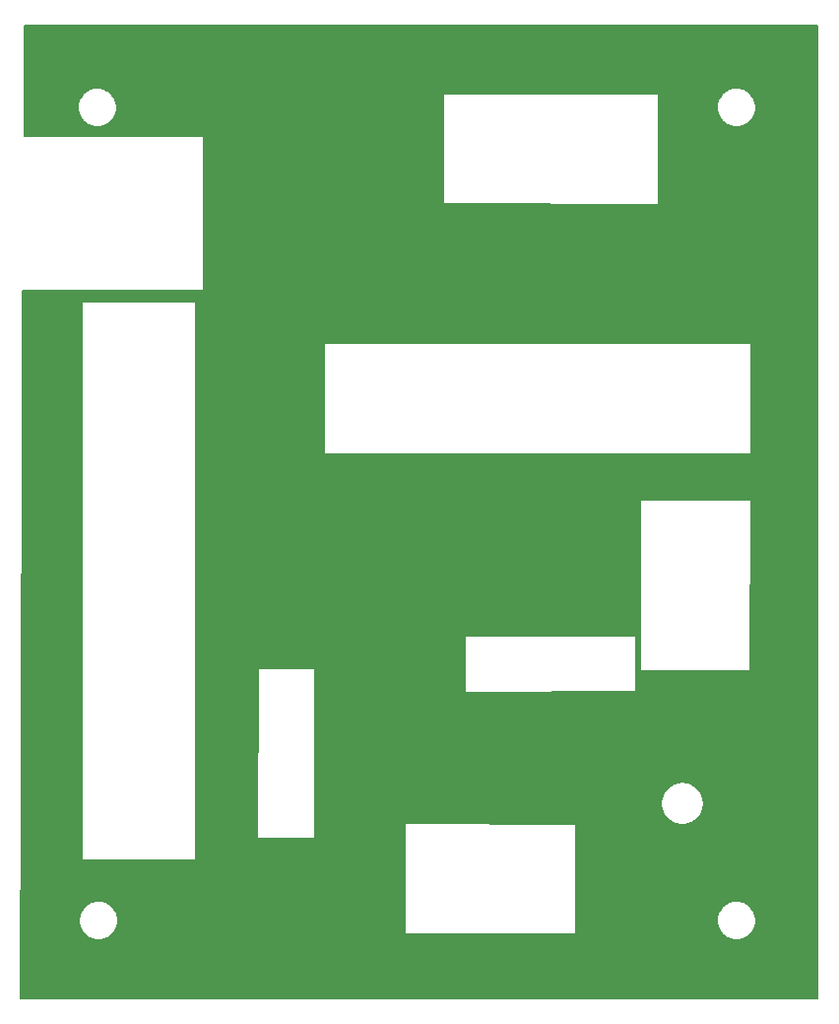
<source format=gbr>
%TF.GenerationSoftware,KiCad,Pcbnew,7.0.6-0*%
%TF.CreationDate,2023-09-14T16:40:38+10:00*%
%TF.ProjectId,u-nit-lid,752d6e69-742d-46c6-9964-2e6b69636164,rev?*%
%TF.SameCoordinates,Original*%
%TF.FileFunction,Copper,L1,Top*%
%TF.FilePolarity,Positive*%
%FSLAX46Y46*%
G04 Gerber Fmt 4.6, Leading zero omitted, Abs format (unit mm)*
G04 Created by KiCad (PCBNEW 7.0.6-0) date 2023-09-14 16:40:38*
%MOMM*%
%LPD*%
G01*
G04 APERTURE LIST*
G04 APERTURE END LIST*
%TA.AperFunction,NonConductor*%
G36*
X185058314Y-52953285D02*
G01*
X185104069Y-53006089D01*
X185115275Y-53057525D01*
X185129107Y-75866490D01*
X185162839Y-131490887D01*
X185165925Y-136578725D01*
X185146281Y-136645776D01*
X185093505Y-136691563D01*
X185041925Y-136702800D01*
X116608711Y-136702800D01*
X116541672Y-136683115D01*
X116495917Y-136630311D01*
X116484711Y-136578490D01*
X116501425Y-129892800D01*
X121633551Y-129892800D01*
X121641275Y-129990944D01*
X121641466Y-129995816D01*
X121641465Y-130009723D01*
X121640312Y-130013645D01*
X121640912Y-130021257D01*
X121642842Y-130027230D01*
X121645021Y-130040978D01*
X121645593Y-130045817D01*
X121649837Y-130099731D01*
X121653317Y-130143948D01*
X121653318Y-130143952D01*
X121653318Y-130143953D01*
X121676293Y-130239655D01*
X121677243Y-130244427D01*
X121679421Y-130258178D01*
X121678896Y-130262237D01*
X121680681Y-130269671D01*
X121683527Y-130275280D01*
X121687827Y-130288516D01*
X121689148Y-130293199D01*
X121712127Y-130388914D01*
X121749797Y-130479855D01*
X121751481Y-130484422D01*
X121755780Y-130497651D01*
X121755897Y-130501741D01*
X121758821Y-130508801D01*
X121762509Y-130513895D01*
X121768819Y-130526280D01*
X121770857Y-130530701D01*
X121808532Y-130621657D01*
X121859976Y-130705607D01*
X121862355Y-130709854D01*
X121868662Y-130722232D01*
X121869418Y-130726258D01*
X121873411Y-130732774D01*
X121877845Y-130737222D01*
X121886027Y-130748483D01*
X121888732Y-130752532D01*
X121930881Y-130821310D01*
X121940164Y-130836459D01*
X121940171Y-130836467D01*
X122004093Y-130911310D01*
X122007107Y-130915133D01*
X122015290Y-130926396D01*
X122016664Y-130930248D01*
X122021626Y-130936057D01*
X122026703Y-130939759D01*
X122036540Y-130949595D01*
X122039839Y-130953163D01*
X122103776Y-131028024D01*
X122178640Y-131091964D01*
X122182201Y-131095256D01*
X122192039Y-131105094D01*
X122193999Y-131108684D01*
X122199803Y-131113641D01*
X122205391Y-131116500D01*
X122205395Y-131116503D01*
X122216662Y-131124689D01*
X122220483Y-131127701D01*
X122295341Y-131191636D01*
X122295343Y-131191637D01*
X122379264Y-131243064D01*
X122383313Y-131245769D01*
X122394575Y-131253952D01*
X122397073Y-131257192D01*
X122403584Y-131261181D01*
X122409562Y-131263135D01*
X122421954Y-131269449D01*
X122426179Y-131271814D01*
X122510141Y-131323266D01*
X122510146Y-131323268D01*
X122601092Y-131360939D01*
X122605516Y-131362978D01*
X122617905Y-131369291D01*
X122620880Y-131372101D01*
X122627929Y-131375021D01*
X122634136Y-131376014D01*
X122647390Y-131380321D01*
X122651919Y-131381992D01*
X122708514Y-131405434D01*
X122742885Y-131419672D01*
X122742886Y-131419673D01*
X122773431Y-131427005D01*
X122838634Y-131442659D01*
X122843265Y-131443965D01*
X122856523Y-131448273D01*
X122859901Y-131450582D01*
X122867329Y-131452365D01*
X122873614Y-131452377D01*
X122887365Y-131454555D01*
X122892141Y-131455505D01*
X122987852Y-131478483D01*
X123086003Y-131486207D01*
X123090817Y-131486778D01*
X123104562Y-131488955D01*
X123108259Y-131490707D01*
X123115872Y-131491307D01*
X123122089Y-131490334D01*
X123135992Y-131490334D01*
X123140858Y-131490525D01*
X123239000Y-131498249D01*
X123337141Y-131490525D01*
X123342008Y-131490334D01*
X123355909Y-131490334D01*
X123359836Y-131491487D01*
X123367457Y-131490887D01*
X123373443Y-131488953D01*
X123387179Y-131486778D01*
X123391978Y-131486209D01*
X123490148Y-131478483D01*
X123585873Y-131455501D01*
X123590632Y-131454555D01*
X123593413Y-131454114D01*
X123604382Y-131452377D01*
X123608441Y-131452901D01*
X123615869Y-131451118D01*
X123621477Y-131448272D01*
X123634734Y-131443965D01*
X123639354Y-131442661D01*
X123735111Y-131419673D01*
X123826098Y-131381984D01*
X123830599Y-131380324D01*
X123843862Y-131376014D01*
X123847947Y-131375898D01*
X123855002Y-131372976D01*
X123860089Y-131369293D01*
X123872500Y-131362969D01*
X123876873Y-131360953D01*
X123967859Y-131323266D01*
X124051814Y-131271817D01*
X124056025Y-131269459D01*
X124068435Y-131263135D01*
X124072458Y-131262380D01*
X124078967Y-131258391D01*
X124083418Y-131253956D01*
X124094674Y-131245777D01*
X124098701Y-131243085D01*
X124182659Y-131191636D01*
X124257532Y-131127688D01*
X124261314Y-131124706D01*
X124272605Y-131116502D01*
X124276450Y-131115131D01*
X124282256Y-131110172D01*
X124285957Y-131105097D01*
X124295810Y-131095244D01*
X124299346Y-131091975D01*
X124374224Y-131028024D01*
X124438175Y-130953146D01*
X124441444Y-130949610D01*
X124451296Y-130939758D01*
X124454883Y-130937799D01*
X124459843Y-130931992D01*
X124462703Y-130926405D01*
X124462710Y-130926396D01*
X124470906Y-130915114D01*
X124473888Y-130911332D01*
X124537836Y-130836459D01*
X124589285Y-130752501D01*
X124591977Y-130748474D01*
X124600156Y-130737218D01*
X124603394Y-130734720D01*
X124607380Y-130728215D01*
X124609336Y-130722235D01*
X124609338Y-130722232D01*
X124615659Y-130709825D01*
X124618022Y-130705607D01*
X124669466Y-130621659D01*
X124707153Y-130530673D01*
X124709169Y-130526300D01*
X124715492Y-130513891D01*
X124718299Y-130510919D01*
X124721220Y-130503868D01*
X124722214Y-130497665D01*
X124726524Y-130484399D01*
X124728184Y-130479898D01*
X124765873Y-130388911D01*
X124766315Y-130387073D01*
X124770088Y-130371351D01*
X124788860Y-130293158D01*
X124790171Y-130288516D01*
X124794474Y-130275272D01*
X124796783Y-130271895D01*
X124798565Y-130264476D01*
X124798577Y-130258182D01*
X124800755Y-130244432D01*
X124801701Y-130239673D01*
X124824683Y-130143948D01*
X124832409Y-130045778D01*
X124832978Y-130040978D01*
X124836534Y-130018529D01*
X124836534Y-130018526D01*
X124837201Y-130014316D01*
X124837201Y-130014310D01*
X124837502Y-130012409D01*
X124836754Y-130007302D01*
X124836979Y-129995816D01*
X124837155Y-129986840D01*
X124837334Y-129983200D01*
X124844449Y-129892800D01*
X124837333Y-129802393D01*
X124837155Y-129798748D01*
X124836979Y-129789790D01*
X124836754Y-129778293D01*
X124837739Y-129774678D01*
X124832978Y-129744617D01*
X124832407Y-129739803D01*
X124824683Y-129641652D01*
X124801705Y-129545940D01*
X124800755Y-129541165D01*
X124798577Y-129527414D01*
X124799101Y-129523358D01*
X124797319Y-129515937D01*
X124794473Y-129510325D01*
X124790165Y-129497065D01*
X124788859Y-129492434D01*
X124773205Y-129427231D01*
X124765873Y-129396686D01*
X124765872Y-129396685D01*
X124751634Y-129362314D01*
X124728192Y-129305719D01*
X124726521Y-129301190D01*
X124722214Y-129287937D01*
X124722098Y-129283847D01*
X124719180Y-129276803D01*
X124715491Y-129271705D01*
X124709178Y-129259316D01*
X124707139Y-129254892D01*
X124669468Y-129163946D01*
X124669466Y-129163941D01*
X124618014Y-129079979D01*
X124615649Y-129075754D01*
X124609335Y-129063362D01*
X124608579Y-129059338D01*
X124604592Y-129052832D01*
X124600152Y-129048375D01*
X124591969Y-129037113D01*
X124589264Y-129033064D01*
X124537837Y-128949143D01*
X124537836Y-128949141D01*
X124473900Y-128874281D01*
X124470889Y-128870462D01*
X124462701Y-128859192D01*
X124461328Y-128855344D01*
X124456378Y-128849548D01*
X124451294Y-128845839D01*
X124441456Y-128836001D01*
X124438164Y-128832440D01*
X124374224Y-128757576D01*
X124299363Y-128693639D01*
X124295795Y-128690340D01*
X124285959Y-128680503D01*
X124283999Y-128676913D01*
X124278196Y-128671957D01*
X124272596Y-128669090D01*
X124261333Y-128660907D01*
X124257510Y-128657893D01*
X124182667Y-128593971D01*
X124182659Y-128593964D01*
X124167510Y-128584681D01*
X124098732Y-128542532D01*
X124094683Y-128539827D01*
X124083422Y-128531645D01*
X124080925Y-128528407D01*
X124074421Y-128524421D01*
X124068438Y-128522465D01*
X124063205Y-128519799D01*
X124056040Y-128516147D01*
X124051800Y-128513772D01*
X123967857Y-128462332D01*
X123876905Y-128424659D01*
X123872486Y-128422622D01*
X123860099Y-128416311D01*
X123857122Y-128413500D01*
X123850064Y-128410576D01*
X123843851Y-128409580D01*
X123830622Y-128405281D01*
X123826055Y-128403597D01*
X123735114Y-128365927D01*
X123639399Y-128342948D01*
X123634716Y-128341627D01*
X123621480Y-128337327D01*
X123618100Y-128335016D01*
X123610673Y-128333233D01*
X123604378Y-128333221D01*
X123590627Y-128331043D01*
X123585855Y-128330093D01*
X123490152Y-128307118D01*
X123490148Y-128307117D01*
X123445931Y-128303637D01*
X123392017Y-128299393D01*
X123387178Y-128298821D01*
X123373430Y-128296642D01*
X123369737Y-128294891D01*
X123362130Y-128294292D01*
X123355912Y-128295266D01*
X123342008Y-128295266D01*
X123337142Y-128295075D01*
X123309834Y-128292925D01*
X123239000Y-128287351D01*
X123238999Y-128287351D01*
X123140858Y-128295075D01*
X123135992Y-128295266D01*
X123122087Y-128295266D01*
X123118158Y-128294112D01*
X123110548Y-128294711D01*
X123104568Y-128296643D01*
X123090819Y-128298821D01*
X123085981Y-128299394D01*
X122987851Y-128307117D01*
X122987845Y-128307118D01*
X122892140Y-128330095D01*
X122887362Y-128331045D01*
X122873608Y-128333223D01*
X122869551Y-128332698D01*
X122862134Y-128334479D01*
X122856529Y-128337323D01*
X122843287Y-128341626D01*
X122838599Y-128342948D01*
X122742892Y-128365925D01*
X122651939Y-128403598D01*
X122647369Y-128405284D01*
X122634139Y-128409583D01*
X122630051Y-128409699D01*
X122622994Y-128412622D01*
X122617900Y-128416310D01*
X122605513Y-128422621D01*
X122601096Y-128424657D01*
X122510141Y-128462334D01*
X122426201Y-128513770D01*
X122421954Y-128516149D01*
X122409564Y-128522462D01*
X122405539Y-128523217D01*
X122399030Y-128527206D01*
X122394579Y-128531643D01*
X122383316Y-128539826D01*
X122379267Y-128542532D01*
X122295339Y-128593965D01*
X122220481Y-128657899D01*
X122216657Y-128660913D01*
X122205398Y-128669093D01*
X122201549Y-128670466D01*
X122195743Y-128675424D01*
X122192040Y-128680502D01*
X122182202Y-128690341D01*
X122178626Y-128693646D01*
X122103775Y-128757575D01*
X122039846Y-128832426D01*
X122036541Y-128836002D01*
X122026702Y-128845840D01*
X122023115Y-128847798D01*
X122018155Y-128853605D01*
X122015293Y-128859198D01*
X122007113Y-128870457D01*
X122004099Y-128874281D01*
X121940165Y-128949139D01*
X121888732Y-129033067D01*
X121886026Y-129037116D01*
X121877843Y-129048379D01*
X121874604Y-129050876D01*
X121870616Y-129057382D01*
X121868662Y-129063364D01*
X121862349Y-129075754D01*
X121859970Y-129080001D01*
X121808534Y-129163941D01*
X121770857Y-129254896D01*
X121768821Y-129259313D01*
X121762510Y-129271700D01*
X121759700Y-129274674D01*
X121756777Y-129281733D01*
X121755783Y-129287939D01*
X121751484Y-129301169D01*
X121749798Y-129305739D01*
X121712125Y-129396692D01*
X121689148Y-129492399D01*
X121687826Y-129497087D01*
X121683523Y-129510329D01*
X121681214Y-129513704D01*
X121679433Y-129521121D01*
X121679423Y-129527408D01*
X121677245Y-129541162D01*
X121676295Y-129545940D01*
X121653318Y-129641645D01*
X121653317Y-129641651D01*
X121645594Y-129739781D01*
X121645021Y-129744619D01*
X121642843Y-129758368D01*
X121641091Y-129762062D01*
X121640492Y-129769672D01*
X121641466Y-129775886D01*
X121641466Y-129789790D01*
X121641275Y-129794656D01*
X121633551Y-129892800D01*
X116501425Y-129892800D01*
X116514499Y-124663199D01*
X121869199Y-124663199D01*
X121869200Y-124663200D01*
X131572000Y-124663200D01*
X131572000Y-124663199D01*
X131570055Y-122833415D01*
X136968529Y-122833415D01*
X136968530Y-122833415D01*
X136968530Y-122833416D01*
X136968531Y-122833416D01*
X141794530Y-122833416D01*
X141794530Y-121615199D01*
X149656800Y-121615199D01*
X149656800Y-121615200D01*
X149656800Y-131013200D01*
X164185600Y-131013200D01*
X164185600Y-129892799D01*
X176483551Y-129892799D01*
X176491275Y-129990942D01*
X176491466Y-129995808D01*
X176491466Y-130009712D01*
X176490312Y-130013640D01*
X176490912Y-130021257D01*
X176492842Y-130027230D01*
X176495021Y-130040978D01*
X176495593Y-130045817D01*
X176499837Y-130099731D01*
X176503317Y-130143948D01*
X176503318Y-130143952D01*
X176503318Y-130143953D01*
X176526293Y-130239655D01*
X176527243Y-130244427D01*
X176529421Y-130258178D01*
X176528896Y-130262237D01*
X176530681Y-130269671D01*
X176533527Y-130275280D01*
X176537827Y-130288516D01*
X176539148Y-130293199D01*
X176562127Y-130388914D01*
X176599797Y-130479855D01*
X176601481Y-130484422D01*
X176605780Y-130497651D01*
X176605897Y-130501741D01*
X176608821Y-130508801D01*
X176612509Y-130513895D01*
X176618819Y-130526280D01*
X176620857Y-130530701D01*
X176658532Y-130621657D01*
X176709976Y-130705607D01*
X176712355Y-130709854D01*
X176718662Y-130722232D01*
X176719418Y-130726258D01*
X176723411Y-130732774D01*
X176727845Y-130737222D01*
X176736027Y-130748483D01*
X176738732Y-130752532D01*
X176780881Y-130821310D01*
X176790164Y-130836459D01*
X176790171Y-130836467D01*
X176854093Y-130911310D01*
X176857107Y-130915133D01*
X176865290Y-130926396D01*
X176866664Y-130930248D01*
X176871626Y-130936057D01*
X176876703Y-130939759D01*
X176886540Y-130949595D01*
X176889839Y-130953163D01*
X176953776Y-131028024D01*
X177028640Y-131091964D01*
X177032201Y-131095256D01*
X177042039Y-131105094D01*
X177043999Y-131108684D01*
X177049803Y-131113641D01*
X177055391Y-131116500D01*
X177055395Y-131116503D01*
X177066662Y-131124689D01*
X177070483Y-131127701D01*
X177145341Y-131191636D01*
X177145343Y-131191637D01*
X177229264Y-131243064D01*
X177233313Y-131245769D01*
X177244575Y-131253952D01*
X177247073Y-131257192D01*
X177253584Y-131261181D01*
X177259562Y-131263135D01*
X177271954Y-131269449D01*
X177276179Y-131271814D01*
X177360141Y-131323266D01*
X177360146Y-131323268D01*
X177451092Y-131360939D01*
X177455516Y-131362978D01*
X177467905Y-131369291D01*
X177470880Y-131372101D01*
X177477929Y-131375021D01*
X177484136Y-131376014D01*
X177497390Y-131380321D01*
X177501919Y-131381992D01*
X177558514Y-131405434D01*
X177592885Y-131419672D01*
X177592886Y-131419673D01*
X177623431Y-131427005D01*
X177688634Y-131442659D01*
X177693265Y-131443965D01*
X177706523Y-131448273D01*
X177709901Y-131450582D01*
X177717329Y-131452365D01*
X177723614Y-131452377D01*
X177737365Y-131454555D01*
X177742141Y-131455505D01*
X177837852Y-131478483D01*
X177936003Y-131486207D01*
X177940817Y-131486778D01*
X177954562Y-131488955D01*
X177958259Y-131490707D01*
X177965872Y-131491307D01*
X177972089Y-131490334D01*
X177985992Y-131490334D01*
X177990858Y-131490525D01*
X178089000Y-131498249D01*
X178187141Y-131490525D01*
X178192008Y-131490334D01*
X178205909Y-131490334D01*
X178209836Y-131491487D01*
X178217457Y-131490887D01*
X178223443Y-131488953D01*
X178237179Y-131486778D01*
X178241978Y-131486209D01*
X178340148Y-131478483D01*
X178435873Y-131455501D01*
X178440632Y-131454555D01*
X178443413Y-131454114D01*
X178454382Y-131452377D01*
X178458441Y-131452901D01*
X178465869Y-131451118D01*
X178471477Y-131448272D01*
X178484734Y-131443965D01*
X178489354Y-131442661D01*
X178585111Y-131419673D01*
X178676098Y-131381984D01*
X178680599Y-131380324D01*
X178693862Y-131376014D01*
X178697947Y-131375898D01*
X178705002Y-131372976D01*
X178710089Y-131369293D01*
X178722500Y-131362969D01*
X178726873Y-131360953D01*
X178817859Y-131323266D01*
X178901814Y-131271817D01*
X178906025Y-131269459D01*
X178918435Y-131263135D01*
X178922458Y-131262380D01*
X178928967Y-131258391D01*
X178933418Y-131253956D01*
X178944674Y-131245777D01*
X178948701Y-131243085D01*
X179032659Y-131191636D01*
X179107532Y-131127688D01*
X179111314Y-131124706D01*
X179122605Y-131116502D01*
X179126450Y-131115131D01*
X179132256Y-131110172D01*
X179135957Y-131105097D01*
X179145810Y-131095244D01*
X179149346Y-131091975D01*
X179224224Y-131028024D01*
X179288175Y-130953146D01*
X179291444Y-130949610D01*
X179301296Y-130939758D01*
X179304883Y-130937799D01*
X179309843Y-130931992D01*
X179312703Y-130926405D01*
X179312710Y-130926396D01*
X179320906Y-130915114D01*
X179323888Y-130911332D01*
X179387836Y-130836459D01*
X179439285Y-130752501D01*
X179441977Y-130748474D01*
X179450156Y-130737218D01*
X179453394Y-130734720D01*
X179457380Y-130728215D01*
X179459336Y-130722235D01*
X179459338Y-130722232D01*
X179465659Y-130709825D01*
X179468022Y-130705607D01*
X179519466Y-130621659D01*
X179557153Y-130530673D01*
X179559169Y-130526300D01*
X179565492Y-130513891D01*
X179568299Y-130510919D01*
X179571220Y-130503868D01*
X179572214Y-130497665D01*
X179576524Y-130484399D01*
X179578184Y-130479898D01*
X179615873Y-130388911D01*
X179616315Y-130387073D01*
X179620088Y-130371351D01*
X179638860Y-130293158D01*
X179640171Y-130288516D01*
X179644474Y-130275272D01*
X179646783Y-130271895D01*
X179648565Y-130264476D01*
X179648577Y-130258182D01*
X179650755Y-130244432D01*
X179651701Y-130239673D01*
X179674683Y-130143948D01*
X179682409Y-130045778D01*
X179682978Y-130040978D01*
X179686534Y-130018529D01*
X179686534Y-130018526D01*
X179687201Y-130014316D01*
X179687201Y-130014310D01*
X179687502Y-130012409D01*
X179686754Y-130007302D01*
X179686979Y-129995816D01*
X179687155Y-129986840D01*
X179687334Y-129983200D01*
X179694449Y-129892800D01*
X179687333Y-129802393D01*
X179687155Y-129798748D01*
X179686979Y-129789790D01*
X179686754Y-129778293D01*
X179687739Y-129774678D01*
X179682978Y-129744617D01*
X179682407Y-129739803D01*
X179674683Y-129641652D01*
X179651705Y-129545940D01*
X179650755Y-129541165D01*
X179648577Y-129527414D01*
X179649101Y-129523358D01*
X179647319Y-129515937D01*
X179644473Y-129510325D01*
X179640165Y-129497065D01*
X179638859Y-129492434D01*
X179623205Y-129427231D01*
X179615873Y-129396686D01*
X179615872Y-129396685D01*
X179601634Y-129362314D01*
X179578192Y-129305719D01*
X179576521Y-129301190D01*
X179572214Y-129287937D01*
X179572098Y-129283847D01*
X179569180Y-129276803D01*
X179565491Y-129271705D01*
X179559178Y-129259316D01*
X179557139Y-129254892D01*
X179519468Y-129163946D01*
X179519466Y-129163941D01*
X179468014Y-129079979D01*
X179465649Y-129075754D01*
X179459335Y-129063362D01*
X179458579Y-129059338D01*
X179454592Y-129052832D01*
X179450152Y-129048375D01*
X179441969Y-129037113D01*
X179439264Y-129033064D01*
X179387837Y-128949143D01*
X179387836Y-128949141D01*
X179323900Y-128874281D01*
X179320889Y-128870462D01*
X179312701Y-128859192D01*
X179311328Y-128855344D01*
X179306378Y-128849548D01*
X179301294Y-128845839D01*
X179291456Y-128836001D01*
X179288164Y-128832440D01*
X179224224Y-128757576D01*
X179149363Y-128693639D01*
X179145795Y-128690340D01*
X179135959Y-128680503D01*
X179133999Y-128676913D01*
X179128196Y-128671957D01*
X179122596Y-128669090D01*
X179111333Y-128660907D01*
X179107510Y-128657893D01*
X179032667Y-128593971D01*
X179032659Y-128593964D01*
X179017510Y-128584681D01*
X178948732Y-128542532D01*
X178944683Y-128539827D01*
X178933422Y-128531645D01*
X178930925Y-128528407D01*
X178924421Y-128524421D01*
X178918438Y-128522465D01*
X178913205Y-128519799D01*
X178906040Y-128516147D01*
X178901800Y-128513772D01*
X178817857Y-128462332D01*
X178726905Y-128424659D01*
X178722486Y-128422622D01*
X178710099Y-128416311D01*
X178707122Y-128413500D01*
X178700064Y-128410576D01*
X178693851Y-128409580D01*
X178680622Y-128405281D01*
X178676055Y-128403597D01*
X178585114Y-128365927D01*
X178489399Y-128342948D01*
X178484716Y-128341627D01*
X178471480Y-128337327D01*
X178468100Y-128335016D01*
X178460673Y-128333233D01*
X178454378Y-128333221D01*
X178440627Y-128331043D01*
X178435855Y-128330093D01*
X178340152Y-128307118D01*
X178340148Y-128307117D01*
X178295931Y-128303637D01*
X178242017Y-128299393D01*
X178237178Y-128298821D01*
X178223430Y-128296642D01*
X178219737Y-128294891D01*
X178212130Y-128294292D01*
X178205912Y-128295266D01*
X178192008Y-128295266D01*
X178187142Y-128295075D01*
X178089000Y-128287351D01*
X177990858Y-128295075D01*
X177985992Y-128295266D01*
X177972087Y-128295266D01*
X177968158Y-128294112D01*
X177960548Y-128294711D01*
X177954568Y-128296643D01*
X177940819Y-128298821D01*
X177935981Y-128299394D01*
X177837851Y-128307117D01*
X177837845Y-128307118D01*
X177742140Y-128330095D01*
X177737362Y-128331045D01*
X177723608Y-128333223D01*
X177719551Y-128332698D01*
X177712134Y-128334479D01*
X177706529Y-128337323D01*
X177693287Y-128341626D01*
X177688599Y-128342948D01*
X177592892Y-128365925D01*
X177501939Y-128403598D01*
X177497369Y-128405284D01*
X177484139Y-128409583D01*
X177480051Y-128409699D01*
X177472994Y-128412622D01*
X177467900Y-128416310D01*
X177455513Y-128422621D01*
X177451096Y-128424657D01*
X177360141Y-128462334D01*
X177276201Y-128513770D01*
X177271954Y-128516149D01*
X177259564Y-128522462D01*
X177255539Y-128523217D01*
X177249030Y-128527206D01*
X177244579Y-128531643D01*
X177233316Y-128539826D01*
X177229267Y-128542532D01*
X177145339Y-128593965D01*
X177070481Y-128657899D01*
X177066657Y-128660913D01*
X177055398Y-128669093D01*
X177051549Y-128670466D01*
X177045743Y-128675424D01*
X177042040Y-128680502D01*
X177032202Y-128690341D01*
X177028626Y-128693646D01*
X176953775Y-128757575D01*
X176889846Y-128832426D01*
X176886541Y-128836002D01*
X176876702Y-128845840D01*
X176873115Y-128847798D01*
X176868155Y-128853605D01*
X176865293Y-128859198D01*
X176857113Y-128870457D01*
X176854099Y-128874281D01*
X176790165Y-128949139D01*
X176738732Y-129033067D01*
X176736026Y-129037116D01*
X176727843Y-129048379D01*
X176724604Y-129050876D01*
X176720616Y-129057382D01*
X176718662Y-129063364D01*
X176712349Y-129075754D01*
X176709970Y-129080001D01*
X176658534Y-129163941D01*
X176620857Y-129254896D01*
X176618821Y-129259313D01*
X176612510Y-129271700D01*
X176609700Y-129274674D01*
X176606777Y-129281733D01*
X176605783Y-129287939D01*
X176601484Y-129301169D01*
X176599798Y-129305739D01*
X176562125Y-129396692D01*
X176539148Y-129492399D01*
X176537826Y-129497087D01*
X176533523Y-129510329D01*
X176531214Y-129513704D01*
X176529433Y-129521121D01*
X176529423Y-129527408D01*
X176527245Y-129541162D01*
X176526295Y-129545940D01*
X176503318Y-129641645D01*
X176503317Y-129641651D01*
X176495594Y-129739781D01*
X176495021Y-129744619D01*
X176492843Y-129758368D01*
X176491091Y-129762062D01*
X176490492Y-129769672D01*
X176491466Y-129775886D01*
X176491466Y-129789790D01*
X176491275Y-129794656D01*
X176483551Y-129892799D01*
X164185600Y-129892799D01*
X164185600Y-121716800D01*
X164185599Y-121716799D01*
X149656800Y-121615199D01*
X141794530Y-121615199D01*
X141794530Y-119842800D01*
X171683592Y-119842800D01*
X171691274Y-119945322D01*
X171691447Y-119949936D01*
X171691447Y-119968518D01*
X171690578Y-119971475D01*
X171690803Y-119974469D01*
X171692226Y-119978944D01*
X171694997Y-119997325D01*
X171695516Y-120001933D01*
X171703198Y-120104431D01*
X171726070Y-120204638D01*
X171726932Y-120209196D01*
X171729703Y-120227578D01*
X171729284Y-120230633D01*
X171729950Y-120233551D01*
X171732026Y-120237767D01*
X171737512Y-120255551D01*
X171738712Y-120260030D01*
X171761578Y-120360211D01*
X171761579Y-120360213D01*
X171761580Y-120360216D01*
X171799137Y-120455911D01*
X171800665Y-120460277D01*
X171806143Y-120478037D01*
X171806184Y-120481113D01*
X171807281Y-120483907D01*
X171809961Y-120487765D01*
X171812977Y-120494029D01*
X171818025Y-120504512D01*
X171819879Y-120508761D01*
X171857431Y-120604441D01*
X171857433Y-120604445D01*
X171908823Y-120693455D01*
X171910991Y-120697556D01*
X171919056Y-120714303D01*
X171919556Y-120717340D01*
X171921057Y-120719941D01*
X171924282Y-120723356D01*
X171934751Y-120738710D01*
X171937218Y-120742637D01*
X171988613Y-120831655D01*
X171988619Y-120831664D01*
X172020340Y-120871440D01*
X172052701Y-120912019D01*
X172055449Y-120915744D01*
X172065927Y-120931112D01*
X172066874Y-120934043D01*
X172068737Y-120936379D01*
X172072435Y-120939275D01*
X172085093Y-120952917D01*
X172088119Y-120956433D01*
X172152194Y-121036780D01*
X172152203Y-121036789D01*
X172227543Y-121106694D01*
X172230819Y-121109969D01*
X172243461Y-121123594D01*
X172244833Y-121126346D01*
X172247039Y-121128393D01*
X172251120Y-121130702D01*
X172265653Y-121142291D01*
X172269162Y-121145310D01*
X172301635Y-121175440D01*
X172344518Y-121215231D01*
X172344523Y-121215235D01*
X172429444Y-121273133D01*
X172433176Y-121275887D01*
X172447712Y-121287480D01*
X172449479Y-121289998D01*
X172451947Y-121291680D01*
X172456338Y-121293360D01*
X172471144Y-121301908D01*
X172472447Y-121302661D01*
X172476354Y-121305115D01*
X172553791Y-121357911D01*
X172561293Y-121363026D01*
X172561303Y-121363032D01*
X172653894Y-121407621D01*
X172657994Y-121409787D01*
X172674098Y-121419085D01*
X172676223Y-121421314D01*
X172678920Y-121422613D01*
X172683518Y-121423621D01*
X172700838Y-121430420D01*
X172705083Y-121432272D01*
X172797677Y-121476863D01*
X172797687Y-121476866D01*
X172797692Y-121476868D01*
X172820318Y-121483846D01*
X172895922Y-121507167D01*
X172900253Y-121508683D01*
X172917583Y-121515485D01*
X172917586Y-121515486D01*
X172920015Y-121517369D01*
X172922877Y-121518252D01*
X172927565Y-121518564D01*
X172936517Y-121520607D01*
X172939458Y-121521277D01*
X172945703Y-121522703D01*
X172950159Y-121523897D01*
X173048385Y-121554196D01*
X173048388Y-121554196D01*
X173048390Y-121554197D01*
X173063527Y-121556478D01*
X173150050Y-121569519D01*
X173154548Y-121570370D01*
X173172705Y-121574514D01*
X173175391Y-121576017D01*
X173178346Y-121576462D01*
X173183026Y-121576071D01*
X173187562Y-121576410D01*
X173201586Y-121577461D01*
X173206144Y-121577974D01*
X173307818Y-121593300D01*
X173307824Y-121593300D01*
X173410608Y-121593300D01*
X173415225Y-121593472D01*
X173431019Y-121594655D01*
X173433781Y-121594863D01*
X173436660Y-121595948D01*
X173439645Y-121595948D01*
X173444219Y-121594863D01*
X173446980Y-121594655D01*
X173462774Y-121593472D01*
X173467392Y-121593300D01*
X173570176Y-121593300D01*
X173570182Y-121593300D01*
X173671858Y-121577974D01*
X173676416Y-121577461D01*
X173694970Y-121576071D01*
X173697978Y-121576714D01*
X173700943Y-121576267D01*
X173705308Y-121574511D01*
X173723469Y-121570366D01*
X173727919Y-121569524D01*
X173829615Y-121554196D01*
X173927858Y-121523892D01*
X173932296Y-121522703D01*
X173949613Y-121518751D01*
X173950437Y-121518563D01*
X173953505Y-121518751D01*
X173956368Y-121517868D01*
X173960411Y-121515486D01*
X173977750Y-121508682D01*
X173982074Y-121507168D01*
X174080323Y-121476863D01*
X174172938Y-121432261D01*
X174177169Y-121430416D01*
X174194491Y-121423618D01*
X174197555Y-121423346D01*
X174200239Y-121422054D01*
X174203891Y-121419090D01*
X174220033Y-121409770D01*
X174224073Y-121407636D01*
X174316704Y-121363028D01*
X174401668Y-121305100D01*
X174405527Y-121302675D01*
X174421661Y-121293360D01*
X174424652Y-121292635D01*
X174427117Y-121290954D01*
X174430285Y-121287481D01*
X174444823Y-121275887D01*
X174444836Y-121275876D01*
X174448529Y-121273150D01*
X174533479Y-121215233D01*
X174608865Y-121145284D01*
X174612294Y-121142332D01*
X174626881Y-121130700D01*
X174629722Y-121129540D01*
X174631922Y-121127499D01*
X174634530Y-121123603D01*
X174647204Y-121109943D01*
X174650421Y-121106726D01*
X174725805Y-121036781D01*
X174789909Y-120956396D01*
X174792904Y-120952917D01*
X174797198Y-120948288D01*
X174805564Y-120939274D01*
X174808208Y-120937699D01*
X174810065Y-120935369D01*
X174812073Y-120931110D01*
X174822554Y-120915737D01*
X174825279Y-120912044D01*
X174889386Y-120831657D01*
X174940800Y-120742604D01*
X174943229Y-120738739D01*
X174953717Y-120723355D01*
X174956096Y-120721404D01*
X174957593Y-120718812D01*
X174958940Y-120714310D01*
X174967020Y-120697531D01*
X174969150Y-120693500D01*
X175020568Y-120604443D01*
X175058129Y-120508737D01*
X175059958Y-120504543D01*
X175068040Y-120487762D01*
X175070099Y-120485481D01*
X175071195Y-120482687D01*
X175071857Y-120478037D01*
X175077344Y-120460249D01*
X175078861Y-120455914D01*
X175116420Y-120360216D01*
X175139298Y-120259981D01*
X175140486Y-120255548D01*
X175145975Y-120237759D01*
X175147672Y-120235195D01*
X175148335Y-120232289D01*
X175148296Y-120227580D01*
X175151071Y-120209170D01*
X175151924Y-120204663D01*
X175174802Y-120104430D01*
X175182485Y-120001902D01*
X175182997Y-119997348D01*
X175186553Y-119973761D01*
X175186553Y-119973754D01*
X175187190Y-119969529D01*
X175186694Y-119966215D01*
X175186695Y-119966138D01*
X175187171Y-119940640D01*
X175187331Y-119937227D01*
X175194408Y-119842800D01*
X175187332Y-119748375D01*
X175187171Y-119744956D01*
X175186693Y-119719383D01*
X175187336Y-119717035D01*
X175186192Y-119709445D01*
X175182998Y-119688257D01*
X175182484Y-119683691D01*
X175174802Y-119581170D01*
X175151925Y-119480941D01*
X175151067Y-119476404D01*
X175151067Y-119476402D01*
X175148296Y-119458020D01*
X175148714Y-119454968D01*
X175148048Y-119452053D01*
X175145972Y-119447831D01*
X175140484Y-119430041D01*
X175139286Y-119425567D01*
X175116420Y-119325384D01*
X175078862Y-119229687D01*
X175077348Y-119225365D01*
X175071856Y-119207562D01*
X175071815Y-119204487D01*
X175070707Y-119201665D01*
X175068015Y-119197785D01*
X175067682Y-119197094D01*
X175059970Y-119181080D01*
X175058117Y-119176830D01*
X175020569Y-119081159D01*
X175020563Y-119081148D01*
X174969155Y-118992108D01*
X174967016Y-118988059D01*
X174958940Y-118971289D01*
X174958440Y-118968254D01*
X174956943Y-118965661D01*
X174953718Y-118962243D01*
X174943245Y-118946883D01*
X174940782Y-118942963D01*
X174889386Y-118853943D01*
X174825297Y-118773579D01*
X174822549Y-118769854D01*
X174812072Y-118754487D01*
X174811123Y-118751555D01*
X174809265Y-118749224D01*
X174805564Y-118746324D01*
X174792899Y-118732676D01*
X174789888Y-118729177D01*
X174725805Y-118648819D01*
X174725801Y-118648815D01*
X174725796Y-118648810D01*
X174650454Y-118578903D01*
X174647173Y-118575622D01*
X174634531Y-118561996D01*
X174633161Y-118559249D01*
X174630967Y-118557212D01*
X174626879Y-118554898D01*
X174612335Y-118543299D01*
X174608848Y-118540299D01*
X174533479Y-118470367D01*
X174533473Y-118470363D01*
X174448569Y-118412476D01*
X174444837Y-118409722D01*
X174430285Y-118398117D01*
X174428518Y-118395599D01*
X174426054Y-118393920D01*
X174421659Y-118392238D01*
X174405563Y-118382945D01*
X174401636Y-118380477D01*
X174316704Y-118322572D01*
X174316700Y-118322570D01*
X174224095Y-118277973D01*
X174219995Y-118275806D01*
X174203899Y-118266513D01*
X174201773Y-118264283D01*
X174199086Y-118262989D01*
X174194489Y-118261980D01*
X174177169Y-118255183D01*
X174172918Y-118253328D01*
X174145891Y-118240313D01*
X174080323Y-118208737D01*
X174080318Y-118208735D01*
X174080312Y-118208733D01*
X173982103Y-118178439D01*
X173977726Y-118176908D01*
X173960414Y-118170114D01*
X173957983Y-118168229D01*
X173955127Y-118167348D01*
X173950434Y-118167036D01*
X173936494Y-118163854D01*
X173932309Y-118162899D01*
X173927831Y-118161699D01*
X173829623Y-118131406D01*
X173829619Y-118131405D01*
X173829617Y-118131404D01*
X173829615Y-118131404D01*
X173795438Y-118126252D01*
X173727974Y-118116083D01*
X173723422Y-118115222D01*
X173721753Y-118114841D01*
X173718124Y-118114013D01*
X173705285Y-118111082D01*
X173702599Y-118109579D01*
X173699654Y-118109135D01*
X173694970Y-118109526D01*
X173676407Y-118108135D01*
X173671799Y-118107616D01*
X173570189Y-118092300D01*
X173570182Y-118092300D01*
X173467378Y-118092300D01*
X173462740Y-118092126D01*
X173444222Y-118090738D01*
X173441346Y-118089654D01*
X173438346Y-118089654D01*
X173433777Y-118090738D01*
X173415260Y-118092126D01*
X173410622Y-118092300D01*
X173307808Y-118092300D01*
X173206198Y-118107616D01*
X173201590Y-118108135D01*
X173183027Y-118109526D01*
X173180020Y-118108882D01*
X173177073Y-118109326D01*
X173172706Y-118111083D01*
X173154582Y-118115221D01*
X173150025Y-118116083D01*
X173048378Y-118131405D01*
X173048375Y-118131406D01*
X172950171Y-118161698D01*
X172945692Y-118162898D01*
X172928866Y-118166738D01*
X172927613Y-118167025D01*
X172924526Y-118166837D01*
X172921637Y-118167728D01*
X172917586Y-118170113D01*
X172900272Y-118176908D01*
X172895895Y-118178440D01*
X172812666Y-118204113D01*
X172797684Y-118208735D01*
X172797671Y-118208739D01*
X172797665Y-118208741D01*
X172705073Y-118253330D01*
X172700820Y-118255186D01*
X172683504Y-118261981D01*
X172680442Y-118262252D01*
X172677754Y-118263546D01*
X172674098Y-118266514D01*
X172657996Y-118275809D01*
X172653898Y-118277975D01*
X172561300Y-118322569D01*
X172561288Y-118322576D01*
X172476366Y-118380475D01*
X172472438Y-118382943D01*
X172456336Y-118392239D01*
X172453344Y-118392964D01*
X172450881Y-118394643D01*
X172447717Y-118398113D01*
X172433171Y-118409715D01*
X172429437Y-118412470D01*
X172344525Y-118470363D01*
X172344524Y-118470364D01*
X172269172Y-118540278D01*
X172265662Y-118543299D01*
X172251133Y-118554888D01*
X172248282Y-118556052D01*
X172246081Y-118558094D01*
X172243468Y-118561998D01*
X172230833Y-118575615D01*
X172227553Y-118578895D01*
X172152197Y-118648815D01*
X172152193Y-118648820D01*
X172088120Y-118729164D01*
X172085096Y-118732678D01*
X172072438Y-118746320D01*
X172069793Y-118747894D01*
X172067931Y-118750230D01*
X172065925Y-118754489D01*
X172055439Y-118769868D01*
X172052686Y-118773599D01*
X171988614Y-118853941D01*
X171937217Y-118942961D01*
X171934760Y-118946873D01*
X171930714Y-118952811D01*
X171924278Y-118962249D01*
X171921898Y-118964199D01*
X171920403Y-118966790D01*
X171919057Y-118971291D01*
X171910991Y-118988042D01*
X171908823Y-118992144D01*
X171857435Y-119081148D01*
X171857433Y-119081154D01*
X171819879Y-119176835D01*
X171818026Y-119181082D01*
X171809963Y-119197828D01*
X171807900Y-119200112D01*
X171806803Y-119202906D01*
X171806142Y-119207565D01*
X171800661Y-119225331D01*
X171799130Y-119229708D01*
X171761580Y-119325384D01*
X171738713Y-119425567D01*
X171737512Y-119430046D01*
X171732026Y-119447833D01*
X171730327Y-119450397D01*
X171729662Y-119453313D01*
X171729703Y-119458021D01*
X171726932Y-119476402D01*
X171726070Y-119480958D01*
X171703199Y-119581163D01*
X171703197Y-119581173D01*
X171695516Y-119683667D01*
X171694996Y-119688277D01*
X171692226Y-119706656D01*
X171690929Y-119709445D01*
X171690705Y-119712433D01*
X171691447Y-119717080D01*
X171691447Y-119735662D01*
X171691274Y-119740279D01*
X171683592Y-119842800D01*
X141794530Y-119842800D01*
X141794530Y-108304616D01*
X137070130Y-108304616D01*
X136968529Y-122833415D01*
X131570055Y-122833415D01*
X131551647Y-105511600D01*
X154837416Y-105511600D01*
X154837416Y-110236000D01*
X169367200Y-110185200D01*
X169366216Y-105511600D01*
X154837416Y-105511600D01*
X131551647Y-105511600D01*
X131539285Y-93878400D01*
X169875200Y-93878400D01*
X169875200Y-108407200D01*
X179171600Y-108407200D01*
X179273200Y-93878400D01*
X169875200Y-93878400D01*
X131539285Y-93878400D01*
X131534912Y-89763600D01*
X142748000Y-89763600D01*
X179273200Y-89763600D01*
X179273200Y-80365601D01*
X179273200Y-80365600D01*
X179273199Y-80365600D01*
X142798800Y-80416400D01*
X142748000Y-80416400D01*
X142748000Y-89763600D01*
X131534912Y-89763600D01*
X131521200Y-76860400D01*
X121920000Y-76860400D01*
X121869199Y-124663199D01*
X116514499Y-124663199D01*
X116636491Y-75866490D01*
X116656343Y-75799500D01*
X116709262Y-75753877D01*
X116760491Y-75742800D01*
X132181600Y-75742800D01*
X132181600Y-62585600D01*
X116913200Y-62585600D01*
X116846161Y-62565915D01*
X116800406Y-62513111D01*
X116789200Y-62461600D01*
X116789200Y-60042999D01*
X121533551Y-60042999D01*
X121541275Y-60141142D01*
X121541466Y-60146008D01*
X121541466Y-60159912D01*
X121540312Y-60163840D01*
X121540912Y-60171457D01*
X121542842Y-60177430D01*
X121545021Y-60191178D01*
X121545593Y-60196017D01*
X121549837Y-60249931D01*
X121553317Y-60294148D01*
X121553318Y-60294152D01*
X121553318Y-60294153D01*
X121576293Y-60389855D01*
X121577243Y-60394627D01*
X121579421Y-60408378D01*
X121578896Y-60412437D01*
X121580681Y-60419871D01*
X121583527Y-60425480D01*
X121587827Y-60438716D01*
X121589148Y-60443399D01*
X121612127Y-60539114D01*
X121649797Y-60630055D01*
X121651481Y-60634622D01*
X121655780Y-60647851D01*
X121655897Y-60651941D01*
X121658821Y-60659001D01*
X121662509Y-60664095D01*
X121668819Y-60676480D01*
X121670857Y-60680901D01*
X121708532Y-60771857D01*
X121759976Y-60855807D01*
X121762355Y-60860054D01*
X121768662Y-60872432D01*
X121769418Y-60876458D01*
X121773411Y-60882974D01*
X121777845Y-60887422D01*
X121786027Y-60898683D01*
X121788732Y-60902732D01*
X121830881Y-60971510D01*
X121840164Y-60986659D01*
X121840171Y-60986667D01*
X121904093Y-61061510D01*
X121907107Y-61065333D01*
X121915290Y-61076596D01*
X121916664Y-61080448D01*
X121921626Y-61086257D01*
X121926703Y-61089959D01*
X121936540Y-61099795D01*
X121939839Y-61103363D01*
X122003776Y-61178224D01*
X122078640Y-61242164D01*
X122082201Y-61245456D01*
X122092039Y-61255294D01*
X122093999Y-61258884D01*
X122099803Y-61263841D01*
X122105391Y-61266700D01*
X122105395Y-61266703D01*
X122116662Y-61274889D01*
X122120483Y-61277901D01*
X122195341Y-61341836D01*
X122195343Y-61341837D01*
X122279264Y-61393264D01*
X122283313Y-61395969D01*
X122294575Y-61404152D01*
X122297073Y-61407392D01*
X122303584Y-61411381D01*
X122309562Y-61413335D01*
X122321954Y-61419649D01*
X122326179Y-61422014D01*
X122410141Y-61473466D01*
X122410146Y-61473468D01*
X122501092Y-61511139D01*
X122505516Y-61513178D01*
X122517905Y-61519491D01*
X122520880Y-61522301D01*
X122527929Y-61525221D01*
X122534136Y-61526214D01*
X122547390Y-61530521D01*
X122551919Y-61532192D01*
X122608514Y-61555634D01*
X122642885Y-61569872D01*
X122642886Y-61569873D01*
X122673431Y-61577205D01*
X122738634Y-61592859D01*
X122743265Y-61594165D01*
X122756523Y-61598473D01*
X122759901Y-61600782D01*
X122767329Y-61602565D01*
X122773614Y-61602577D01*
X122787365Y-61604755D01*
X122792141Y-61605705D01*
X122887852Y-61628683D01*
X122986003Y-61636407D01*
X122990817Y-61636978D01*
X123004562Y-61639155D01*
X123008259Y-61640907D01*
X123015872Y-61641507D01*
X123022089Y-61640534D01*
X123035992Y-61640534D01*
X123040858Y-61640725D01*
X123139000Y-61648449D01*
X123237141Y-61640725D01*
X123242008Y-61640534D01*
X123255909Y-61640534D01*
X123259836Y-61641687D01*
X123267457Y-61641087D01*
X123273443Y-61639153D01*
X123287179Y-61636978D01*
X123291978Y-61636409D01*
X123390148Y-61628683D01*
X123485873Y-61605701D01*
X123490632Y-61604755D01*
X123493413Y-61604314D01*
X123504382Y-61602577D01*
X123508441Y-61603101D01*
X123515869Y-61601318D01*
X123521477Y-61598472D01*
X123534734Y-61594165D01*
X123539354Y-61592861D01*
X123635111Y-61569873D01*
X123726098Y-61532184D01*
X123730599Y-61530524D01*
X123743862Y-61526214D01*
X123747947Y-61526098D01*
X123755002Y-61523176D01*
X123760089Y-61519493D01*
X123772500Y-61513169D01*
X123776873Y-61511153D01*
X123867859Y-61473466D01*
X123951814Y-61422017D01*
X123956025Y-61419659D01*
X123968435Y-61413335D01*
X123972458Y-61412580D01*
X123978967Y-61408591D01*
X123983418Y-61404156D01*
X123994674Y-61395977D01*
X123998701Y-61393285D01*
X124082659Y-61341836D01*
X124157532Y-61277888D01*
X124161314Y-61274906D01*
X124172605Y-61266702D01*
X124176450Y-61265331D01*
X124182256Y-61260372D01*
X124185957Y-61255297D01*
X124195810Y-61245444D01*
X124199346Y-61242175D01*
X124274224Y-61178224D01*
X124338175Y-61103346D01*
X124341444Y-61099810D01*
X124351296Y-61089958D01*
X124354883Y-61087999D01*
X124359843Y-61082192D01*
X124362703Y-61076605D01*
X124362710Y-61076596D01*
X124370906Y-61065314D01*
X124373888Y-61061532D01*
X124437836Y-60986659D01*
X124489285Y-60902701D01*
X124491977Y-60898674D01*
X124500156Y-60887418D01*
X124503394Y-60884920D01*
X124507380Y-60878415D01*
X124509336Y-60872435D01*
X124509338Y-60872432D01*
X124515659Y-60860025D01*
X124518022Y-60855807D01*
X124569466Y-60771859D01*
X124607153Y-60680873D01*
X124609169Y-60676500D01*
X124615492Y-60664091D01*
X124618299Y-60661119D01*
X124621220Y-60654068D01*
X124622214Y-60647865D01*
X124626524Y-60634599D01*
X124628184Y-60630098D01*
X124665873Y-60539111D01*
X124666315Y-60537273D01*
X124670088Y-60521551D01*
X124688860Y-60443358D01*
X124690171Y-60438716D01*
X124694474Y-60425472D01*
X124696783Y-60422095D01*
X124698565Y-60414676D01*
X124698577Y-60408382D01*
X124700755Y-60394632D01*
X124701701Y-60389873D01*
X124724683Y-60294148D01*
X124732409Y-60195978D01*
X124732978Y-60191178D01*
X124736534Y-60168729D01*
X124736534Y-60168726D01*
X124737201Y-60164516D01*
X124737201Y-60164510D01*
X124737502Y-60162609D01*
X124736754Y-60157502D01*
X124737155Y-60137040D01*
X124737334Y-60133400D01*
X124744449Y-60043000D01*
X124737333Y-59952593D01*
X124737155Y-59948948D01*
X124736979Y-59939990D01*
X124736754Y-59928493D01*
X124737739Y-59924878D01*
X124732978Y-59894817D01*
X124732407Y-59890003D01*
X124724683Y-59791852D01*
X124701705Y-59696140D01*
X124700755Y-59691365D01*
X124698577Y-59677614D01*
X124699101Y-59673558D01*
X124697319Y-59666137D01*
X124694473Y-59660525D01*
X124690165Y-59647265D01*
X124688859Y-59642634D01*
X124673205Y-59577431D01*
X124665873Y-59546886D01*
X124665872Y-59546885D01*
X124651634Y-59512514D01*
X124628192Y-59455919D01*
X124626521Y-59451390D01*
X124622214Y-59438137D01*
X124622098Y-59434047D01*
X124619180Y-59427003D01*
X124615491Y-59421905D01*
X124609178Y-59409516D01*
X124607139Y-59405092D01*
X124569468Y-59314146D01*
X124569466Y-59314141D01*
X124518014Y-59230179D01*
X124515649Y-59225954D01*
X124509335Y-59213562D01*
X124508579Y-59209538D01*
X124504592Y-59203032D01*
X124500152Y-59198575D01*
X124491969Y-59187313D01*
X124489264Y-59183264D01*
X124437837Y-59099343D01*
X124437836Y-59099341D01*
X124373900Y-59024481D01*
X124370889Y-59020662D01*
X124362701Y-59009392D01*
X124361328Y-59005544D01*
X124356378Y-58999748D01*
X124351294Y-58996039D01*
X124341456Y-58986201D01*
X124338164Y-58982640D01*
X124291497Y-58928000D01*
X152958800Y-58928000D01*
X152958800Y-68275200D01*
X171348400Y-68326000D01*
X171348400Y-60042999D01*
X176483551Y-60042999D01*
X176491275Y-60141142D01*
X176491466Y-60146008D01*
X176491466Y-60159912D01*
X176490312Y-60163840D01*
X176490912Y-60171457D01*
X176492842Y-60177430D01*
X176495021Y-60191178D01*
X176495593Y-60196017D01*
X176499837Y-60249931D01*
X176503317Y-60294148D01*
X176503318Y-60294152D01*
X176503318Y-60294153D01*
X176526293Y-60389855D01*
X176527243Y-60394627D01*
X176529421Y-60408378D01*
X176528896Y-60412437D01*
X176530681Y-60419871D01*
X176533527Y-60425480D01*
X176537827Y-60438716D01*
X176539148Y-60443399D01*
X176562127Y-60539114D01*
X176599797Y-60630055D01*
X176601481Y-60634622D01*
X176605780Y-60647851D01*
X176605897Y-60651941D01*
X176608821Y-60659001D01*
X176612509Y-60664095D01*
X176618819Y-60676480D01*
X176620857Y-60680901D01*
X176658532Y-60771857D01*
X176709976Y-60855807D01*
X176712355Y-60860054D01*
X176718662Y-60872432D01*
X176719418Y-60876458D01*
X176723411Y-60882974D01*
X176727845Y-60887422D01*
X176736027Y-60898683D01*
X176738732Y-60902732D01*
X176780881Y-60971510D01*
X176790164Y-60986659D01*
X176790171Y-60986667D01*
X176854093Y-61061510D01*
X176857107Y-61065333D01*
X176865290Y-61076596D01*
X176866664Y-61080448D01*
X176871626Y-61086257D01*
X176876703Y-61089959D01*
X176886540Y-61099795D01*
X176889839Y-61103363D01*
X176953776Y-61178224D01*
X177028640Y-61242164D01*
X177032201Y-61245456D01*
X177042039Y-61255294D01*
X177043999Y-61258884D01*
X177049803Y-61263841D01*
X177055391Y-61266700D01*
X177055395Y-61266703D01*
X177066662Y-61274889D01*
X177070483Y-61277901D01*
X177145341Y-61341836D01*
X177145343Y-61341837D01*
X177229264Y-61393264D01*
X177233313Y-61395969D01*
X177244575Y-61404152D01*
X177247073Y-61407392D01*
X177253584Y-61411381D01*
X177259562Y-61413335D01*
X177271954Y-61419649D01*
X177276179Y-61422014D01*
X177360141Y-61473466D01*
X177360146Y-61473468D01*
X177451092Y-61511139D01*
X177455516Y-61513178D01*
X177467905Y-61519491D01*
X177470880Y-61522301D01*
X177477929Y-61525221D01*
X177484136Y-61526214D01*
X177497390Y-61530521D01*
X177501919Y-61532192D01*
X177558514Y-61555634D01*
X177592885Y-61569872D01*
X177592886Y-61569873D01*
X177623431Y-61577205D01*
X177688634Y-61592859D01*
X177693265Y-61594165D01*
X177706523Y-61598473D01*
X177709901Y-61600782D01*
X177717329Y-61602565D01*
X177723614Y-61602577D01*
X177737365Y-61604755D01*
X177742141Y-61605705D01*
X177837852Y-61628683D01*
X177936003Y-61636407D01*
X177940817Y-61636978D01*
X177954562Y-61639155D01*
X177958259Y-61640907D01*
X177965872Y-61641507D01*
X177972089Y-61640534D01*
X177985992Y-61640534D01*
X177990858Y-61640725D01*
X178089000Y-61648449D01*
X178187141Y-61640725D01*
X178192008Y-61640534D01*
X178205909Y-61640534D01*
X178209836Y-61641687D01*
X178217457Y-61641087D01*
X178223443Y-61639153D01*
X178237179Y-61636978D01*
X178241978Y-61636409D01*
X178340148Y-61628683D01*
X178435873Y-61605701D01*
X178440632Y-61604755D01*
X178443413Y-61604314D01*
X178454382Y-61602577D01*
X178458441Y-61603101D01*
X178465869Y-61601318D01*
X178471477Y-61598472D01*
X178484734Y-61594165D01*
X178489354Y-61592861D01*
X178585111Y-61569873D01*
X178676098Y-61532184D01*
X178680599Y-61530524D01*
X178693862Y-61526214D01*
X178697947Y-61526098D01*
X178705002Y-61523176D01*
X178710089Y-61519493D01*
X178722500Y-61513169D01*
X178726873Y-61511153D01*
X178817859Y-61473466D01*
X178901814Y-61422017D01*
X178906025Y-61419659D01*
X178918435Y-61413335D01*
X178922458Y-61412580D01*
X178928967Y-61408591D01*
X178933418Y-61404156D01*
X178944674Y-61395977D01*
X178948701Y-61393285D01*
X179032659Y-61341836D01*
X179107532Y-61277888D01*
X179111314Y-61274906D01*
X179122605Y-61266702D01*
X179126450Y-61265331D01*
X179132256Y-61260372D01*
X179135957Y-61255297D01*
X179145810Y-61245444D01*
X179149346Y-61242175D01*
X179224224Y-61178224D01*
X179288175Y-61103346D01*
X179291444Y-61099810D01*
X179301296Y-61089958D01*
X179304883Y-61087999D01*
X179309843Y-61082192D01*
X179312703Y-61076605D01*
X179312710Y-61076596D01*
X179320906Y-61065314D01*
X179323888Y-61061532D01*
X179387836Y-60986659D01*
X179439285Y-60902701D01*
X179441977Y-60898674D01*
X179450156Y-60887418D01*
X179453394Y-60884920D01*
X179457380Y-60878415D01*
X179459336Y-60872435D01*
X179459338Y-60872432D01*
X179465659Y-60860025D01*
X179468022Y-60855807D01*
X179519466Y-60771859D01*
X179557153Y-60680873D01*
X179559169Y-60676500D01*
X179565492Y-60664091D01*
X179568299Y-60661119D01*
X179571220Y-60654068D01*
X179572214Y-60647865D01*
X179576524Y-60634599D01*
X179578184Y-60630098D01*
X179615873Y-60539111D01*
X179616315Y-60537273D01*
X179620088Y-60521551D01*
X179638860Y-60443358D01*
X179640171Y-60438716D01*
X179644474Y-60425472D01*
X179646783Y-60422095D01*
X179648565Y-60414676D01*
X179648577Y-60408382D01*
X179650755Y-60394632D01*
X179651701Y-60389873D01*
X179674683Y-60294148D01*
X179682409Y-60195978D01*
X179682978Y-60191178D01*
X179686534Y-60168729D01*
X179686534Y-60168726D01*
X179687201Y-60164516D01*
X179687201Y-60164510D01*
X179687502Y-60162609D01*
X179686754Y-60157502D01*
X179687155Y-60137040D01*
X179687334Y-60133400D01*
X179694449Y-60043000D01*
X179687333Y-59952593D01*
X179687155Y-59948948D01*
X179686979Y-59939990D01*
X179686754Y-59928493D01*
X179687739Y-59924878D01*
X179682978Y-59894817D01*
X179682407Y-59890003D01*
X179674683Y-59791852D01*
X179651705Y-59696140D01*
X179650755Y-59691365D01*
X179648577Y-59677614D01*
X179649101Y-59673558D01*
X179647319Y-59666137D01*
X179644473Y-59660525D01*
X179640165Y-59647265D01*
X179638859Y-59642634D01*
X179623205Y-59577431D01*
X179615873Y-59546886D01*
X179615872Y-59546885D01*
X179601634Y-59512514D01*
X179578192Y-59455919D01*
X179576521Y-59451390D01*
X179572214Y-59438137D01*
X179572098Y-59434047D01*
X179569180Y-59427003D01*
X179565491Y-59421905D01*
X179559178Y-59409516D01*
X179557139Y-59405092D01*
X179519468Y-59314146D01*
X179519466Y-59314141D01*
X179468014Y-59230179D01*
X179465649Y-59225954D01*
X179459335Y-59213562D01*
X179458579Y-59209538D01*
X179454592Y-59203032D01*
X179450152Y-59198575D01*
X179441969Y-59187313D01*
X179439264Y-59183264D01*
X179387837Y-59099343D01*
X179387836Y-59099341D01*
X179323900Y-59024481D01*
X179320889Y-59020662D01*
X179312701Y-59009392D01*
X179311328Y-59005544D01*
X179306378Y-58999748D01*
X179301294Y-58996039D01*
X179291456Y-58986201D01*
X179288164Y-58982640D01*
X179224224Y-58907776D01*
X179149363Y-58843839D01*
X179145795Y-58840540D01*
X179135959Y-58830703D01*
X179133999Y-58827113D01*
X179128196Y-58822157D01*
X179122596Y-58819290D01*
X179111333Y-58811107D01*
X179107510Y-58808093D01*
X179032667Y-58744171D01*
X179032659Y-58744164D01*
X179017510Y-58734881D01*
X178948732Y-58692732D01*
X178944683Y-58690027D01*
X178933422Y-58681845D01*
X178930925Y-58678607D01*
X178924421Y-58674621D01*
X178918438Y-58672665D01*
X178913205Y-58669999D01*
X178906040Y-58666347D01*
X178901800Y-58663972D01*
X178817857Y-58612532D01*
X178726905Y-58574859D01*
X178722486Y-58572822D01*
X178710099Y-58566511D01*
X178707122Y-58563700D01*
X178700064Y-58560776D01*
X178693851Y-58559780D01*
X178680622Y-58555481D01*
X178676055Y-58553797D01*
X178585114Y-58516127D01*
X178489399Y-58493148D01*
X178484716Y-58491827D01*
X178471480Y-58487527D01*
X178468100Y-58485216D01*
X178460673Y-58483433D01*
X178454378Y-58483421D01*
X178440627Y-58481243D01*
X178435855Y-58480293D01*
X178340152Y-58457318D01*
X178340148Y-58457317D01*
X178295931Y-58453837D01*
X178242017Y-58449593D01*
X178237178Y-58449021D01*
X178223430Y-58446842D01*
X178219737Y-58445091D01*
X178212130Y-58444492D01*
X178205912Y-58445466D01*
X178192008Y-58445466D01*
X178187142Y-58445275D01*
X178089000Y-58437551D01*
X177990858Y-58445275D01*
X177985992Y-58445466D01*
X177972087Y-58445466D01*
X177968158Y-58444312D01*
X177960548Y-58444911D01*
X177954568Y-58446843D01*
X177940819Y-58449021D01*
X177935981Y-58449594D01*
X177837851Y-58457317D01*
X177837845Y-58457318D01*
X177742140Y-58480295D01*
X177737362Y-58481245D01*
X177723608Y-58483423D01*
X177719551Y-58482898D01*
X177712134Y-58484679D01*
X177706529Y-58487523D01*
X177693287Y-58491826D01*
X177688599Y-58493148D01*
X177592892Y-58516125D01*
X177501939Y-58553798D01*
X177497369Y-58555484D01*
X177484139Y-58559783D01*
X177480051Y-58559899D01*
X177472994Y-58562822D01*
X177467900Y-58566510D01*
X177455513Y-58572821D01*
X177451096Y-58574857D01*
X177360141Y-58612534D01*
X177276201Y-58663970D01*
X177271954Y-58666349D01*
X177259564Y-58672662D01*
X177255539Y-58673417D01*
X177249030Y-58677406D01*
X177244579Y-58681843D01*
X177233316Y-58690026D01*
X177229267Y-58692732D01*
X177145339Y-58744165D01*
X177070481Y-58808099D01*
X177066657Y-58811113D01*
X177055398Y-58819293D01*
X177051549Y-58820666D01*
X177045743Y-58825624D01*
X177042040Y-58830702D01*
X177032202Y-58840541D01*
X177028626Y-58843846D01*
X176953775Y-58907775D01*
X176889846Y-58982626D01*
X176886541Y-58986202D01*
X176876702Y-58996040D01*
X176873115Y-58997998D01*
X176868155Y-59003805D01*
X176865293Y-59009398D01*
X176857113Y-59020657D01*
X176854099Y-59024481D01*
X176790165Y-59099339D01*
X176738732Y-59183267D01*
X176736026Y-59187316D01*
X176727843Y-59198579D01*
X176724604Y-59201076D01*
X176720616Y-59207582D01*
X176718662Y-59213564D01*
X176712349Y-59225954D01*
X176709970Y-59230201D01*
X176658534Y-59314141D01*
X176620857Y-59405096D01*
X176618821Y-59409513D01*
X176612510Y-59421900D01*
X176609700Y-59424874D01*
X176606777Y-59431933D01*
X176605783Y-59438139D01*
X176601484Y-59451369D01*
X176599798Y-59455939D01*
X176562125Y-59546892D01*
X176539148Y-59642599D01*
X176537826Y-59647287D01*
X176533523Y-59660529D01*
X176531214Y-59663904D01*
X176529433Y-59671321D01*
X176529423Y-59677608D01*
X176527245Y-59691362D01*
X176526295Y-59696140D01*
X176503318Y-59791845D01*
X176503317Y-59791851D01*
X176495594Y-59889981D01*
X176495021Y-59894819D01*
X176492843Y-59908568D01*
X176491091Y-59912262D01*
X176490492Y-59919872D01*
X176491466Y-59926086D01*
X176491466Y-59939990D01*
X176491275Y-59944856D01*
X176483551Y-60042999D01*
X171348400Y-60042999D01*
X171348400Y-58928000D01*
X153009600Y-58928000D01*
X152958800Y-58928000D01*
X124291497Y-58928000D01*
X124274224Y-58907776D01*
X124199363Y-58843839D01*
X124195795Y-58840540D01*
X124185959Y-58830703D01*
X124183999Y-58827113D01*
X124178196Y-58822157D01*
X124172596Y-58819290D01*
X124161333Y-58811107D01*
X124157510Y-58808093D01*
X124082667Y-58744171D01*
X124082659Y-58744164D01*
X124067510Y-58734881D01*
X123998732Y-58692732D01*
X123994683Y-58690027D01*
X123983422Y-58681845D01*
X123980925Y-58678607D01*
X123974421Y-58674621D01*
X123968438Y-58672665D01*
X123963205Y-58669999D01*
X123956040Y-58666347D01*
X123951800Y-58663972D01*
X123867857Y-58612532D01*
X123776905Y-58574859D01*
X123772486Y-58572822D01*
X123760099Y-58566511D01*
X123757122Y-58563700D01*
X123750064Y-58560776D01*
X123743851Y-58559780D01*
X123730622Y-58555481D01*
X123726055Y-58553797D01*
X123635114Y-58516127D01*
X123539399Y-58493148D01*
X123534716Y-58491827D01*
X123521480Y-58487527D01*
X123518100Y-58485216D01*
X123510673Y-58483433D01*
X123504378Y-58483421D01*
X123490627Y-58481243D01*
X123485855Y-58480293D01*
X123390152Y-58457318D01*
X123390148Y-58457317D01*
X123345931Y-58453837D01*
X123292017Y-58449593D01*
X123287178Y-58449021D01*
X123273430Y-58446842D01*
X123269737Y-58445091D01*
X123262130Y-58444492D01*
X123255912Y-58445466D01*
X123242008Y-58445466D01*
X123237142Y-58445275D01*
X123209834Y-58443125D01*
X123139000Y-58437551D01*
X123138999Y-58437551D01*
X123040858Y-58445275D01*
X123035992Y-58445466D01*
X123022087Y-58445466D01*
X123018158Y-58444312D01*
X123010548Y-58444911D01*
X123004568Y-58446843D01*
X122990819Y-58449021D01*
X122985981Y-58449594D01*
X122887851Y-58457317D01*
X122887845Y-58457318D01*
X122792140Y-58480295D01*
X122787362Y-58481245D01*
X122773608Y-58483423D01*
X122769551Y-58482898D01*
X122762134Y-58484679D01*
X122756529Y-58487523D01*
X122743287Y-58491826D01*
X122738599Y-58493148D01*
X122642892Y-58516125D01*
X122551939Y-58553798D01*
X122547369Y-58555484D01*
X122534139Y-58559783D01*
X122530051Y-58559899D01*
X122522994Y-58562822D01*
X122517900Y-58566510D01*
X122505513Y-58572821D01*
X122501096Y-58574857D01*
X122410141Y-58612534D01*
X122326201Y-58663970D01*
X122321954Y-58666349D01*
X122309564Y-58672662D01*
X122305539Y-58673417D01*
X122299030Y-58677406D01*
X122294579Y-58681843D01*
X122283316Y-58690026D01*
X122279267Y-58692732D01*
X122195339Y-58744165D01*
X122120481Y-58808099D01*
X122116657Y-58811113D01*
X122105398Y-58819293D01*
X122101549Y-58820666D01*
X122095743Y-58825624D01*
X122092040Y-58830702D01*
X122082202Y-58840541D01*
X122078626Y-58843846D01*
X122003775Y-58907775D01*
X121939846Y-58982626D01*
X121936541Y-58986202D01*
X121926702Y-58996040D01*
X121923115Y-58997998D01*
X121918155Y-59003805D01*
X121915293Y-59009398D01*
X121907113Y-59020657D01*
X121904099Y-59024481D01*
X121840165Y-59099339D01*
X121788732Y-59183267D01*
X121786026Y-59187316D01*
X121777843Y-59198579D01*
X121774604Y-59201076D01*
X121770616Y-59207582D01*
X121768662Y-59213564D01*
X121762349Y-59225954D01*
X121759970Y-59230201D01*
X121708534Y-59314141D01*
X121670857Y-59405096D01*
X121668821Y-59409513D01*
X121662510Y-59421900D01*
X121659700Y-59424874D01*
X121656777Y-59431933D01*
X121655783Y-59438139D01*
X121651484Y-59451369D01*
X121649798Y-59455939D01*
X121612125Y-59546892D01*
X121589148Y-59642599D01*
X121587826Y-59647287D01*
X121583523Y-59660529D01*
X121581214Y-59663904D01*
X121579433Y-59671321D01*
X121579423Y-59677608D01*
X121577245Y-59691362D01*
X121576295Y-59696140D01*
X121553318Y-59791845D01*
X121553317Y-59791851D01*
X121545594Y-59889981D01*
X121545021Y-59894819D01*
X121542843Y-59908568D01*
X121541091Y-59912262D01*
X121540492Y-59919872D01*
X121541466Y-59926086D01*
X121541466Y-59939990D01*
X121541275Y-59944856D01*
X121533551Y-60042999D01*
X116789200Y-60042999D01*
X116789200Y-53057600D01*
X116808885Y-52990561D01*
X116861689Y-52944806D01*
X116913200Y-52933600D01*
X184991275Y-52933600D01*
X185058314Y-52953285D01*
G37*
%TD.AperFunction*%
M02*

</source>
